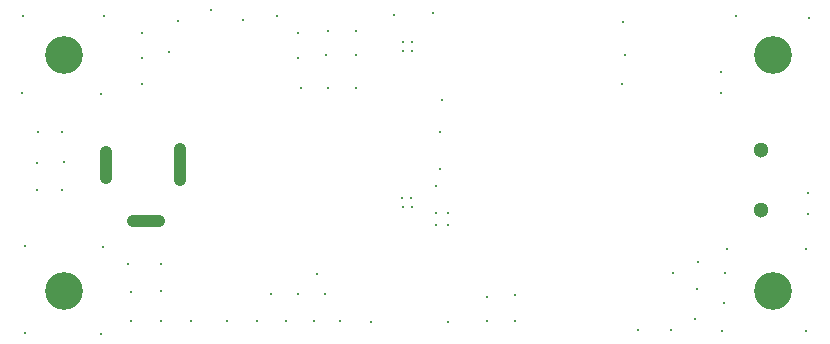
<source format=gbr>
%TF.GenerationSoftware,KiCad,Pcbnew,9.0.5*%
%TF.CreationDate,2025-11-03T21:44:12+01:00*%
%TF.ProjectId,7_4V_battery_replacement,375f3456-5f62-4617-9474-6572795f7265,rev?*%
%TF.SameCoordinates,Original*%
%TF.FileFunction,Plated,1,2,PTH,Mixed*%
%TF.FilePolarity,Positive*%
%FSLAX46Y46*%
G04 Gerber Fmt 4.6, Leading zero omitted, Abs format (unit mm)*
G04 Created by KiCad (PCBNEW 9.0.5) date 2025-11-03 21:44:12*
%MOMM*%
%LPD*%
G01*
G04 APERTURE LIST*
%TA.AperFunction,ViaDrill*%
%ADD10C,0.300000*%
%TD*%
G04 aperture for slot hole*
%TA.AperFunction,ComponentDrill*%
%ADD11C,1.000000*%
%TD*%
%TA.AperFunction,ComponentDrill*%
%ADD12C,1.300000*%
%TD*%
%TA.AperFunction,ComponentDrill*%
%ADD13C,3.200000*%
%TD*%
G04 APERTURE END LIST*
D10*
X96393000Y-83185000D03*
X96520000Y-76708000D03*
X96647000Y-96139000D03*
X96647000Y-103505000D03*
X97663000Y-89154000D03*
X97663000Y-91440000D03*
X97790000Y-86487000D03*
X99822000Y-86487000D03*
X99822000Y-91440000D03*
X99949000Y-89027000D03*
X103124000Y-83312000D03*
X103124000Y-103632000D03*
X103251000Y-96266000D03*
X103378000Y-76708000D03*
X105410000Y-97663000D03*
X105664000Y-100076000D03*
X105664000Y-102489000D03*
X106553000Y-78105000D03*
X106553000Y-80264000D03*
X106553000Y-82423000D03*
X108204000Y-97663000D03*
X108204000Y-99949000D03*
X108204000Y-102489000D03*
X108888868Y-79783972D03*
X109640414Y-77097195D03*
X110744000Y-102489000D03*
X112395000Y-76200000D03*
X113792000Y-102489000D03*
X115126700Y-77022040D03*
X116332000Y-102489000D03*
X117475000Y-100203000D03*
X118038941Y-76683844D03*
X118745000Y-102489000D03*
X119761000Y-78105000D03*
X119761000Y-80264000D03*
X119761000Y-100203000D03*
X120015000Y-82804000D03*
X121158000Y-102489000D03*
X121412000Y-98552000D03*
X122047000Y-100203000D03*
X122174000Y-80010000D03*
X122301000Y-77978000D03*
X122301000Y-82804000D03*
X123317000Y-102489000D03*
X124714000Y-77978000D03*
X124714000Y-80010000D03*
X124714000Y-82804000D03*
X125984000Y-102616000D03*
X127889000Y-76581000D03*
X128638000Y-92075000D03*
X128651000Y-78867000D03*
X128651000Y-79629000D03*
X128651000Y-92837000D03*
X129388000Y-92075000D03*
X129413000Y-78867000D03*
X129413000Y-79629000D03*
X129413000Y-92837000D03*
X131191000Y-76454000D03*
X131445000Y-91059000D03*
X131445000Y-93345000D03*
X131445000Y-94361000D03*
X131826000Y-86487000D03*
X131826000Y-89662000D03*
X131953000Y-83820000D03*
X132461000Y-93345000D03*
X132461000Y-94361000D03*
X132461000Y-102616000D03*
X135763000Y-100457000D03*
X135763000Y-102489000D03*
X138176000Y-100330000D03*
X138176000Y-102489000D03*
X147193000Y-82423000D03*
X147320000Y-77216000D03*
X147447000Y-80010000D03*
X148590000Y-103251000D03*
X151384000Y-103251000D03*
X151511000Y-98425000D03*
X153416000Y-102362000D03*
X153543000Y-99822000D03*
X153670000Y-97536000D03*
X155575000Y-81407000D03*
X155575000Y-83185000D03*
X155702000Y-103378000D03*
X155829000Y-100965000D03*
X155956000Y-98425000D03*
X156083000Y-96393000D03*
X156845000Y-76708000D03*
X162814000Y-96393000D03*
X162814000Y-103378000D03*
X162941000Y-91694000D03*
X162941000Y-93472000D03*
X163068000Y-76835000D03*
D11*
%TO.C,J1*%
X103505000Y-90381000D02*
X103505000Y-88181000D01*
X105805000Y-94081000D02*
X108005000Y-94081000D01*
X109805000Y-90581000D02*
X109805000Y-87981000D01*
D12*
%TO.C,J2*%
X159004000Y-88011000D03*
X159004000Y-93091000D03*
D13*
%TO.C,H4*%
X100000000Y-80000000D03*
%TO.C,H1*%
X100000000Y-100000000D03*
%TO.C,H3*%
X160000000Y-80000000D03*
%TO.C,H2*%
X160000000Y-100000000D03*
M02*

</source>
